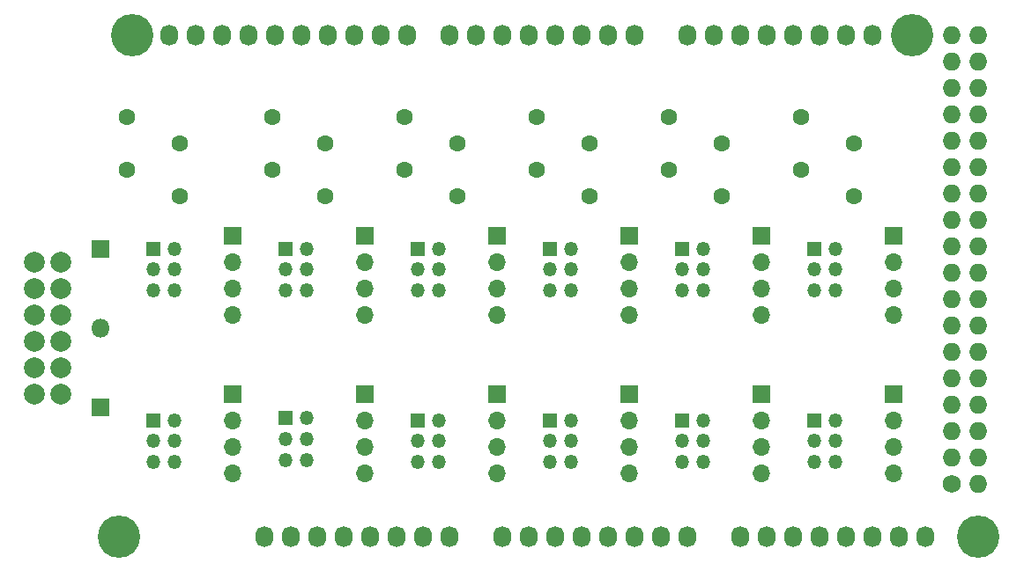
<source format=gts>
G04 #@! TF.GenerationSoftware,KiCad,Pcbnew,5.99.0+really5.1.10+dfsg1-1*
G04 #@! TF.CreationDate,2021-11-08T11:55:23-06:00*
G04 #@! TF.ProjectId,dell-fan,64656c6c-2d66-4616-9e2e-6b696361645f,rev?*
G04 #@! TF.SameCoordinates,Original*
G04 #@! TF.FileFunction,Soldermask,Top*
G04 #@! TF.FilePolarity,Negative*
%FSLAX46Y46*%
G04 Gerber Fmt 4.6, Leading zero omitted, Abs format (unit mm)*
G04 Created by KiCad (PCBNEW 5.99.0+really5.1.10+dfsg1-1) date 2021-11-08 11:55:23*
%MOMM*%
%LPD*%
G01*
G04 APERTURE LIST*
%ADD10C,2.000000*%
%ADD11C,1.600000*%
%ADD12R,1.700000X1.700000*%
%ADD13O,1.700000X1.700000*%
%ADD14O,1.350000X1.350000*%
%ADD15R,1.350000X1.350000*%
%ADD16R,1.800000X1.800000*%
%ADD17O,1.800000X1.800000*%
%ADD18C,1.727200*%
%ADD19O,1.727200X1.727200*%
%ADD20O,1.727200X2.032000*%
%ADD21C,4.064000*%
G04 APERTURE END LIST*
D10*
X111760000Y-92710000D03*
X111760000Y-95250000D03*
X111760000Y-97790000D03*
X111760000Y-100330000D03*
X111760000Y-102870000D03*
X111760000Y-105410000D03*
X109220000Y-105410000D03*
X109220000Y-102870000D03*
X109220000Y-100330000D03*
X109220000Y-97790000D03*
X109220000Y-95250000D03*
X109220000Y-92710000D03*
D11*
X175260000Y-81280000D03*
X175260000Y-86360000D03*
D12*
X115570000Y-91440000D03*
D13*
X191770000Y-97790000D03*
X191770000Y-95250000D03*
X191770000Y-92710000D03*
D12*
X191770000Y-90170000D03*
D13*
X179070000Y-97790000D03*
X179070000Y-95250000D03*
X179070000Y-92710000D03*
D12*
X179070000Y-90170000D03*
D13*
X166370000Y-97790000D03*
X166370000Y-95250000D03*
X166370000Y-92710000D03*
D12*
X166370000Y-90170000D03*
D13*
X153670000Y-97790000D03*
X153670000Y-95250000D03*
X153670000Y-92710000D03*
D12*
X153670000Y-90170000D03*
D13*
X140970000Y-97790000D03*
X140970000Y-95250000D03*
X140970000Y-92710000D03*
D12*
X140970000Y-90170000D03*
D13*
X128270000Y-97790000D03*
X128270000Y-95250000D03*
X128270000Y-92710000D03*
D12*
X128270000Y-90170000D03*
D14*
X186150000Y-111950000D03*
X184150000Y-111950000D03*
X186150000Y-109950000D03*
X184150000Y-109950000D03*
X186150000Y-107950000D03*
D15*
X184150000Y-107950000D03*
D14*
X173450000Y-111950000D03*
X171450000Y-111950000D03*
X173450000Y-109950000D03*
X171450000Y-109950000D03*
X173450000Y-107950000D03*
D15*
X171450000Y-107950000D03*
D14*
X160750000Y-111950000D03*
X158750000Y-111950000D03*
X160750000Y-109950000D03*
X158750000Y-109950000D03*
X160750000Y-107950000D03*
D15*
X158750000Y-107950000D03*
D14*
X148050000Y-111950000D03*
X146050000Y-111950000D03*
X148050000Y-109950000D03*
X146050000Y-109950000D03*
X148050000Y-107950000D03*
D15*
X146050000Y-107950000D03*
D13*
X191770000Y-113030000D03*
X191770000Y-110490000D03*
X191770000Y-107950000D03*
D12*
X191770000Y-105410000D03*
D13*
X179070000Y-113030000D03*
X179070000Y-110490000D03*
X179070000Y-107950000D03*
D12*
X179070000Y-105410000D03*
D13*
X166370000Y-113030000D03*
X166370000Y-110490000D03*
X166370000Y-107950000D03*
D12*
X166370000Y-105410000D03*
D13*
X153670000Y-113030000D03*
X153670000Y-110490000D03*
X153670000Y-107950000D03*
D12*
X153670000Y-105410000D03*
D13*
X140970000Y-113030000D03*
X140970000Y-110490000D03*
X140970000Y-107950000D03*
D12*
X140970000Y-105410000D03*
D11*
X182880000Y-83820000D03*
X182880000Y-78740000D03*
X187960000Y-81280000D03*
X187960000Y-86360000D03*
X170180000Y-83820000D03*
X170180000Y-78740000D03*
X162560000Y-81280000D03*
X162560000Y-86360000D03*
X157480000Y-83820000D03*
X157480000Y-78740000D03*
X149860000Y-81280000D03*
X149860000Y-86360000D03*
X144780000Y-83820000D03*
X144780000Y-78740000D03*
X137160000Y-81280000D03*
X137160000Y-86360000D03*
X132080000Y-83820000D03*
X132080000Y-78740000D03*
D14*
X135350000Y-111760000D03*
X133350000Y-111760000D03*
X135350000Y-109760000D03*
X133350000Y-109760000D03*
X135350000Y-107760000D03*
D15*
X133350000Y-107760000D03*
D13*
X128270000Y-113030000D03*
X128270000Y-110490000D03*
X128270000Y-107950000D03*
D12*
X128270000Y-105410000D03*
D14*
X186150000Y-95440000D03*
X184150000Y-95440000D03*
X186150000Y-93440000D03*
X184150000Y-93440000D03*
X186150000Y-91440000D03*
D15*
X184150000Y-91440000D03*
D14*
X173450000Y-95440000D03*
X171450000Y-95440000D03*
X173450000Y-93440000D03*
X171450000Y-93440000D03*
X173450000Y-91440000D03*
D15*
X171450000Y-91440000D03*
D14*
X160750000Y-95440000D03*
X158750000Y-95440000D03*
X160750000Y-93440000D03*
X158750000Y-93440000D03*
X160750000Y-91440000D03*
D15*
X158750000Y-91440000D03*
D14*
X148050000Y-95440000D03*
X146050000Y-95440000D03*
X148050000Y-93440000D03*
X146050000Y-93440000D03*
X148050000Y-91440000D03*
D15*
X146050000Y-91440000D03*
D14*
X135350000Y-95440000D03*
X133350000Y-95440000D03*
X135350000Y-93440000D03*
X133350000Y-93440000D03*
X135350000Y-91440000D03*
D15*
X133350000Y-91440000D03*
D16*
X115570000Y-106680000D03*
D17*
X115570000Y-99060000D03*
D11*
X123190000Y-81280000D03*
X123190000Y-86360000D03*
D14*
X122650000Y-111950000D03*
X120650000Y-111950000D03*
X122650000Y-109950000D03*
X120650000Y-109950000D03*
X122650000Y-107950000D03*
D15*
X120650000Y-107950000D03*
D14*
X122650000Y-95440000D03*
X120650000Y-95440000D03*
X122650000Y-93440000D03*
X120650000Y-93440000D03*
X122650000Y-91440000D03*
D15*
X120650000Y-91440000D03*
D11*
X118110000Y-83820000D03*
X118110000Y-78740000D03*
D18*
X197358000Y-114046000D03*
D19*
X199898000Y-114046000D03*
X197358000Y-111506000D03*
X199898000Y-111506000D03*
X197358000Y-108966000D03*
X199898000Y-108966000D03*
X197358000Y-106426000D03*
X199898000Y-106426000D03*
X197358000Y-103886000D03*
X199898000Y-103886000D03*
X197358000Y-101346000D03*
X199898000Y-101346000D03*
X197358000Y-98806000D03*
X199898000Y-98806000D03*
X197358000Y-96266000D03*
X199898000Y-96266000D03*
X197358000Y-93726000D03*
X199898000Y-93726000D03*
X197358000Y-91186000D03*
X199898000Y-91186000D03*
X197358000Y-88646000D03*
X199898000Y-88646000D03*
X197358000Y-86106000D03*
X199898000Y-86106000D03*
X197358000Y-83566000D03*
X199898000Y-83566000D03*
X197358000Y-81026000D03*
X199898000Y-81026000D03*
X197358000Y-78486000D03*
X199898000Y-78486000D03*
X197358000Y-75946000D03*
X199898000Y-75946000D03*
X197358000Y-73406000D03*
X199898000Y-73406000D03*
X197358000Y-70866000D03*
X199898000Y-70866000D03*
D20*
X131318000Y-119126000D03*
X133858000Y-119126000D03*
X136398000Y-119126000D03*
X138938000Y-119126000D03*
X141478000Y-119126000D03*
X144018000Y-119126000D03*
X146558000Y-119126000D03*
X149098000Y-119126000D03*
X154178000Y-119126000D03*
X156718000Y-119126000D03*
X159258000Y-119126000D03*
X161798000Y-119126000D03*
X164338000Y-119126000D03*
X166878000Y-119126000D03*
X169418000Y-119126000D03*
X171958000Y-119126000D03*
X177038000Y-119126000D03*
X179578000Y-119126000D03*
X182118000Y-119126000D03*
X184658000Y-119126000D03*
X187198000Y-119126000D03*
X189738000Y-119126000D03*
X192278000Y-119126000D03*
X194818000Y-119126000D03*
X122174000Y-70866000D03*
X124714000Y-70866000D03*
X127254000Y-70866000D03*
X129794000Y-70866000D03*
X132334000Y-70866000D03*
X134874000Y-70866000D03*
X137414000Y-70866000D03*
X139954000Y-70866000D03*
X142494000Y-70866000D03*
X145034000Y-70866000D03*
X149098000Y-70866000D03*
X151638000Y-70866000D03*
X154178000Y-70866000D03*
X156718000Y-70866000D03*
X159258000Y-70866000D03*
X161798000Y-70866000D03*
X164338000Y-70866000D03*
X166878000Y-70866000D03*
X171958000Y-70866000D03*
X174498000Y-70866000D03*
X177038000Y-70866000D03*
X179578000Y-70866000D03*
X182118000Y-70866000D03*
X184658000Y-70866000D03*
X187198000Y-70866000D03*
X189738000Y-70866000D03*
D21*
X117348000Y-119126000D03*
X199898000Y-119126000D03*
X118618000Y-70866000D03*
X193548000Y-70866000D03*
M02*

</source>
